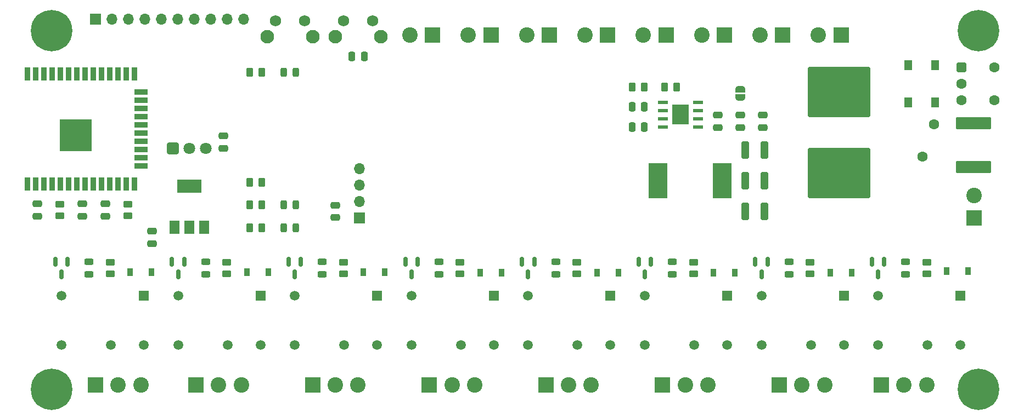
<source format=gbr>
%TF.GenerationSoftware,KiCad,Pcbnew,(6.0.0-0)*%
%TF.CreationDate,2022-04-07T23:04:40-05:00*%
%TF.ProjectId,ESP32RelaySwitcher,45535033-3252-4656-9c61-795377697463,rev?*%
%TF.SameCoordinates,Original*%
%TF.FileFunction,Soldermask,Top*%
%TF.FilePolarity,Negative*%
%FSLAX46Y46*%
G04 Gerber Fmt 4.6, Leading zero omitted, Abs format (unit mm)*
G04 Created by KiCad (PCBNEW (6.0.0-0)) date 2022-04-07 23:04:40*
%MOMM*%
%LPD*%
G01*
G04 APERTURE LIST*
G04 Aperture macros list*
%AMRoundRect*
0 Rectangle with rounded corners*
0 $1 Rounding radius*
0 $2 $3 $4 $5 $6 $7 $8 $9 X,Y pos of 4 corners*
0 Add a 4 corners polygon primitive as box body*
4,1,4,$2,$3,$4,$5,$6,$7,$8,$9,$2,$3,0*
0 Add four circle primitives for the rounded corners*
1,1,$1+$1,$2,$3*
1,1,$1+$1,$4,$5*
1,1,$1+$1,$6,$7*
1,1,$1+$1,$8,$9*
0 Add four rect primitives between the rounded corners*
20,1,$1+$1,$2,$3,$4,$5,0*
20,1,$1+$1,$4,$5,$6,$7,0*
20,1,$1+$1,$6,$7,$8,$9,0*
20,1,$1+$1,$8,$9,$2,$3,0*%
%AMFreePoly0*
4,1,22,0.500000,-0.750000,0.000000,-0.750000,0.000000,-0.745033,-0.079941,-0.743568,-0.215256,-0.701293,-0.333266,-0.622738,-0.424486,-0.514219,-0.481581,-0.384460,-0.499164,-0.250000,-0.500000,-0.250000,-0.500000,0.250000,-0.499164,0.250000,-0.499963,0.256109,-0.478152,0.396186,-0.417904,0.524511,-0.324060,0.630769,-0.204165,0.706417,-0.067858,0.745374,0.000000,0.744959,0.000000,0.750000,
0.500000,0.750000,0.500000,-0.750000,0.500000,-0.750000,$1*%
%AMFreePoly1*
4,1,20,0.000000,0.744959,0.073905,0.744508,0.209726,0.703889,0.328688,0.626782,0.421226,0.519385,0.479903,0.390333,0.500000,0.250000,0.500000,-0.250000,0.499851,-0.262216,0.476331,-0.402017,0.414519,-0.529596,0.319384,-0.634700,0.198574,-0.708877,0.061801,-0.746166,0.000000,-0.745033,0.000000,-0.750000,-0.500000,-0.750000,-0.500000,0.750000,0.000000,0.750000,0.000000,0.744959,
0.000000,0.744959,$1*%
G04 Aperture macros list end*
%ADD10RoundRect,0.243750X0.243750X0.456250X-0.243750X0.456250X-0.243750X-0.456250X0.243750X-0.456250X0*%
%ADD11RoundRect,0.243750X0.456250X-0.243750X0.456250X0.243750X-0.456250X0.243750X-0.456250X-0.243750X0*%
%ADD12RoundRect,0.250000X0.262500X0.450000X-0.262500X0.450000X-0.262500X-0.450000X0.262500X-0.450000X0*%
%ADD13RoundRect,0.250000X0.475000X-0.250000X0.475000X0.250000X-0.475000X0.250000X-0.475000X-0.250000X0*%
%ADD14RoundRect,0.250000X-0.450000X0.262500X-0.450000X-0.262500X0.450000X-0.262500X0.450000X0.262500X0*%
%ADD15R,2.400000X2.400000*%
%ADD16C,2.400000*%
%ADD17R,1.501140X1.501140*%
%ADD18C,1.501140*%
%ADD19R,1.200000X1.600000*%
%ADD20R,0.900000X1.200000*%
%ADD21RoundRect,0.150000X-0.150000X0.587500X-0.150000X-0.587500X0.150000X-0.587500X0.150000X0.587500X0*%
%ADD22R,2.600000X3.100000*%
%ADD23R,1.550000X0.600000*%
%ADD24RoundRect,0.250000X-0.325000X-1.100000X0.325000X-1.100000X0.325000X1.100000X-0.325000X1.100000X0*%
%ADD25RoundRect,0.250000X-0.475000X0.250000X-0.475000X-0.250000X0.475000X-0.250000X0.475000X0.250000X0*%
%ADD26RoundRect,0.250000X0.250000X0.475000X-0.250000X0.475000X-0.250000X-0.475000X0.250000X-0.475000X0*%
%ADD27RoundRect,0.250000X-0.262500X-0.450000X0.262500X-0.450000X0.262500X0.450000X-0.262500X0.450000X0*%
%ADD28C,0.800000*%
%ADD29C,6.400000*%
%ADD30C,1.600000*%
%ADD31RoundRect,0.400000X0.400000X0.400000X-0.400000X0.400000X-0.400000X-0.400000X0.400000X-0.400000X0*%
%ADD32R,2.900000X5.400000*%
%ADD33C,2.100000*%
%ADD34C,1.750000*%
%ADD35R,1.700000X1.700000*%
%ADD36O,1.700000X1.700000*%
%ADD37RoundRect,0.250000X0.450000X-0.262500X0.450000X0.262500X-0.450000X0.262500X-0.450000X-0.262500X0*%
%ADD38RoundRect,0.250000X-0.250000X-0.475000X0.250000X-0.475000X0.250000X0.475000X-0.250000X0.475000X0*%
%ADD39RoundRect,0.250200X-0.649800X-0.649800X0.649800X-0.649800X0.649800X0.649800X-0.649800X0.649800X0*%
%ADD40C,1.800000*%
%ADD41R,1.500000X2.000000*%
%ADD42R,3.800000X2.000000*%
%ADD43RoundRect,0.249998X-4.550002X3.650002X-4.550002X-3.650002X4.550002X-3.650002X4.550002X3.650002X0*%
%ADD44FreePoly0,270.000000*%
%ADD45FreePoly1,270.000000*%
%ADD46RoundRect,0.250000X-2.475000X0.712500X-2.475000X-0.712500X2.475000X-0.712500X2.475000X0.712500X0*%
%ADD47R,0.900000X2.000000*%
%ADD48R,2.000000X0.900000*%
%ADD49R,5.000000X5.000000*%
G04 APERTURE END LIST*
D10*
%TO.C,D19*%
X110187500Y-92000000D03*
X108312500Y-92000000D03*
%TD*%
D11*
%TO.C,D11*%
X150264044Y-102675611D03*
X150264044Y-100800611D03*
%TD*%
D12*
%TO.C,R16*%
X104899956Y-88500000D03*
X103074956Y-88500000D03*
%TD*%
D13*
%TO.C,C12*%
X116250000Y-93950000D03*
X116250000Y-92050000D03*
%TD*%
D14*
%TO.C,R2*%
X99514044Y-100825611D03*
X99514044Y-102650611D03*
%TD*%
%TO.C,R8*%
X171514044Y-100825611D03*
X171514044Y-102650611D03*
%TD*%
D15*
%TO.C,J9*%
X200500000Y-119776777D03*
D16*
X204000000Y-119776777D03*
X207500000Y-119776777D03*
%TD*%
D17*
%TO.C,K8*%
X212714044Y-105988111D03*
D18*
X200014044Y-105988111D03*
X200014044Y-113608111D03*
X207634044Y-113608111D03*
X212714044Y-113608111D03*
%TD*%
D19*
%TO.C,D1*%
X208767546Y-70401805D03*
X208767546Y-76121805D03*
X204667546Y-76121805D03*
X204667546Y-70401805D03*
%TD*%
D20*
%TO.C,D12*%
X177914044Y-102450197D03*
X174614044Y-102450197D03*
%TD*%
D15*
%TO.C,J13*%
X158289044Y-65717041D03*
D16*
X154789044Y-65717041D03*
%TD*%
D17*
%TO.C,K3*%
X122714044Y-105988111D03*
D18*
X110014044Y-105988111D03*
X110014044Y-113608111D03*
X117634044Y-113608111D03*
X122714044Y-113608111D03*
%TD*%
D21*
%TO.C,Q4*%
X128964044Y-100800611D03*
X127064044Y-100800611D03*
X128014044Y-102675611D03*
%TD*%
%TO.C,Q1*%
X74964044Y-100800611D03*
X73064044Y-100800611D03*
X74014044Y-102675611D03*
%TD*%
D22*
%TO.C,U1*%
X169487967Y-78017041D03*
D23*
X172187967Y-79922041D03*
X172187967Y-78652041D03*
X172187967Y-77382041D03*
X172187967Y-76112041D03*
X166787967Y-76112041D03*
X166787967Y-77382041D03*
X166787967Y-78652041D03*
X166787967Y-79922041D03*
%TD*%
D13*
%TO.C,C16*%
X99000000Y-83200000D03*
X99000000Y-81300000D03*
%TD*%
D24*
%TO.C,C9*%
X179498923Y-83517041D03*
X182448923Y-83517041D03*
%TD*%
D25*
%TO.C,C14*%
X77264044Y-91817041D03*
X77264044Y-93717041D03*
%TD*%
D26*
%TO.C,C5*%
X163937967Y-76800000D03*
X162037967Y-76800000D03*
%TD*%
D15*
%TO.C,J17*%
X194289044Y-65717041D03*
D16*
X190789044Y-65717041D03*
%TD*%
D27*
%TO.C,R5*%
X162075467Y-73800000D03*
X163900467Y-73800000D03*
%TD*%
D10*
%TO.C,D18*%
X110187500Y-95497117D03*
X108312500Y-95497117D03*
%TD*%
D20*
%TO.C,D2*%
X87914044Y-102408703D03*
X84614044Y-102408703D03*
%TD*%
D25*
%TO.C,C3*%
X178737967Y-78117041D03*
X178737967Y-80017041D03*
%TD*%
D28*
%TO.C,H1*%
X70114044Y-120488111D03*
X74211100Y-122185167D03*
X70816988Y-122185167D03*
X70816988Y-118791055D03*
D29*
X72514044Y-120488111D03*
D28*
X72514044Y-122888111D03*
X72514044Y-118088111D03*
X74914044Y-120488111D03*
X74211100Y-118791055D03*
%TD*%
D10*
%TO.C,D20*%
X110187500Y-71500000D03*
X108312500Y-71500000D03*
%TD*%
D20*
%TO.C,D14*%
X195914044Y-102433373D03*
X192614044Y-102433373D03*
%TD*%
D30*
%TO.C,SW1*%
X217977967Y-75807041D03*
X217977967Y-70727041D03*
D31*
X212897967Y-70727041D03*
D30*
X212897967Y-73267041D03*
X212897967Y-75807041D03*
%TD*%
D15*
%TO.C,J11*%
X140289044Y-65717041D03*
D16*
X136789044Y-65717041D03*
%TD*%
D14*
%TO.C,R3*%
X117514044Y-100825611D03*
X117514044Y-102650611D03*
%TD*%
D20*
%TO.C,D16*%
X213914044Y-102238111D03*
X210614044Y-102238111D03*
%TD*%
D21*
%TO.C,Q3*%
X110964044Y-100800611D03*
X109064044Y-100800611D03*
X110014044Y-102675611D03*
%TD*%
D11*
%TO.C,D3*%
X78264044Y-102675611D03*
X78264044Y-100800611D03*
%TD*%
D15*
%TO.C,J14*%
X167289044Y-65717041D03*
D16*
X163789044Y-65717041D03*
%TD*%
D15*
%TO.C,J3*%
X94750000Y-119787644D03*
D16*
X98250000Y-119787644D03*
X101750000Y-119787644D03*
%TD*%
D28*
%TO.C,H3*%
X217887610Y-65017041D03*
X215487610Y-62617041D03*
D29*
X215487610Y-65017041D03*
D28*
X213087610Y-65017041D03*
X213790554Y-63319985D03*
X213790554Y-66714097D03*
X217184666Y-63319985D03*
X217184666Y-66714097D03*
X215487610Y-67417041D03*
%TD*%
D13*
%TO.C,C11*%
X80764044Y-93717041D03*
X80764044Y-91817041D03*
%TD*%
D25*
%TO.C,C10*%
X88000000Y-96050000D03*
X88000000Y-97950000D03*
%TD*%
D11*
%TO.C,D15*%
X186264044Y-102675611D03*
X186264044Y-100800611D03*
%TD*%
D15*
%TO.C,J4*%
X112755581Y-119788111D03*
D16*
X116255581Y-119788111D03*
X119755581Y-119788111D03*
%TD*%
D32*
%TO.C,L1*%
X166023923Y-88250767D03*
X175923923Y-88250767D03*
%TD*%
D17*
%TO.C,K1*%
X86714044Y-105988111D03*
D18*
X74014044Y-105988111D03*
X74014044Y-113608111D03*
X81634044Y-113608111D03*
X86714044Y-113608111D03*
%TD*%
D33*
%TO.C,SW2*%
X123274044Y-65969541D03*
X116264044Y-65969541D03*
D34*
X117514044Y-63479541D03*
X122014044Y-63479541D03*
%TD*%
D15*
%TO.C,J12*%
X149289044Y-65717041D03*
D16*
X145789044Y-65717041D03*
%TD*%
D28*
%TO.C,H4*%
X72514044Y-62617041D03*
X70816988Y-66714097D03*
D29*
X72514044Y-65017041D03*
D28*
X70816988Y-63319985D03*
X74211100Y-66714097D03*
X72514044Y-67417041D03*
X74914044Y-65017041D03*
X70114044Y-65017041D03*
X74211100Y-63319985D03*
%TD*%
D11*
%TO.C,D13*%
X168264044Y-102675611D03*
X168264044Y-100800611D03*
%TD*%
D21*
%TO.C,Q6*%
X164964044Y-100800611D03*
X163064044Y-100800611D03*
X164014044Y-102675611D03*
%TD*%
D28*
%TO.C,H2*%
X215487610Y-122888111D03*
X217887610Y-120488111D03*
X217184666Y-118791055D03*
X215487610Y-118088111D03*
X213790554Y-122185167D03*
X213790554Y-118791055D03*
X217184666Y-122185167D03*
X213087610Y-120488111D03*
D29*
X215487610Y-120488111D03*
%TD*%
D25*
%TO.C,C15*%
X70264044Y-91805673D03*
X70264044Y-93705673D03*
%TD*%
D15*
%TO.C,J6*%
X148750360Y-119788111D03*
D16*
X152250360Y-119788111D03*
X155750360Y-119788111D03*
%TD*%
D11*
%TO.C,D7*%
X114264044Y-102675611D03*
X114264044Y-100800611D03*
%TD*%
D15*
%TO.C,J7*%
X166760800Y-119788111D03*
D16*
X170260800Y-119788111D03*
X173760800Y-119788111D03*
%TD*%
D35*
%TO.C,J18*%
X79264044Y-63267041D03*
D36*
X81804044Y-63267041D03*
X84344044Y-63267041D03*
X86884044Y-63267041D03*
X89424044Y-63267041D03*
X91964044Y-63267041D03*
X94504044Y-63267041D03*
X97044044Y-63267041D03*
X99584044Y-63267041D03*
X102124044Y-63267041D03*
%TD*%
D17*
%TO.C,K7*%
X194714044Y-105988111D03*
D18*
X182014044Y-105988111D03*
X182014044Y-113608111D03*
X189634044Y-113608111D03*
X194714044Y-113608111D03*
%TD*%
D33*
%TO.C,SW3*%
X105764044Y-65969541D03*
X112774044Y-65969541D03*
D34*
X107014044Y-63479541D03*
X111514044Y-63479541D03*
%TD*%
D17*
%TO.C,K6*%
X176714044Y-105988111D03*
D18*
X164014044Y-105988111D03*
X164014044Y-113608111D03*
X171634044Y-113608111D03*
X176714044Y-113608111D03*
%TD*%
D25*
%TO.C,C2*%
X175237967Y-78117041D03*
X175237967Y-80017041D03*
%TD*%
D27*
%TO.C,R12*%
X103074956Y-92000000D03*
X104899956Y-92000000D03*
%TD*%
D14*
%TO.C,R10*%
X207514044Y-100825611D03*
X207514044Y-102650611D03*
%TD*%
D20*
%TO.C,D6*%
X123914044Y-102408703D03*
X120614044Y-102408703D03*
%TD*%
D14*
%TO.C,R1*%
X81514044Y-100825611D03*
X81514044Y-102650611D03*
%TD*%
%TO.C,R9*%
X189514044Y-100825611D03*
X189514044Y-102650611D03*
%TD*%
D30*
%TO.C,RV1*%
X208618183Y-79517041D03*
X206818183Y-84517041D03*
%TD*%
D21*
%TO.C,Q8*%
X200964044Y-100800611D03*
X199064044Y-100800611D03*
X200014044Y-102675611D03*
%TD*%
D15*
%TO.C,J8*%
X184759891Y-119788111D03*
D16*
X188259891Y-119788111D03*
X191759891Y-119788111D03*
%TD*%
D21*
%TO.C,Q7*%
X182964044Y-100800611D03*
X181064044Y-100800611D03*
X182014044Y-102675611D03*
%TD*%
D14*
%TO.C,R7*%
X153514044Y-100825611D03*
X153514044Y-102650611D03*
%TD*%
D37*
%TO.C,R14*%
X73764044Y-93679541D03*
X73764044Y-91854541D03*
%TD*%
D15*
%TO.C,J15*%
X176289044Y-65717041D03*
D16*
X172789044Y-65717041D03*
%TD*%
D11*
%TO.C,D5*%
X96264044Y-102675611D03*
X96264044Y-100800611D03*
%TD*%
D38*
%TO.C,C6*%
X162037967Y-79900000D03*
X163937967Y-79900000D03*
%TD*%
D20*
%TO.C,D4*%
X105914044Y-102408703D03*
X102614044Y-102408703D03*
%TD*%
D14*
%TO.C,R4*%
X135514044Y-100825611D03*
X135514044Y-102650611D03*
%TD*%
D39*
%TO.C,U5*%
X91210000Y-83225000D03*
D40*
X93750000Y-83225000D03*
X96290000Y-83225000D03*
%TD*%
D27*
%TO.C,R11*%
X103074956Y-95500000D03*
X104899956Y-95500000D03*
%TD*%
D20*
%TO.C,D10*%
X159914044Y-102425357D03*
X156614044Y-102425357D03*
%TD*%
D15*
%TO.C,J1*%
X214787967Y-94017041D03*
D16*
X214787967Y-90517041D03*
%TD*%
D11*
%TO.C,D9*%
X132264044Y-102675611D03*
X132264044Y-100800611D03*
%TD*%
D15*
%TO.C,J5*%
X130759401Y-119788111D03*
D16*
X134259401Y-119788111D03*
X137759401Y-119788111D03*
%TD*%
D21*
%TO.C,Q5*%
X146964044Y-100800611D03*
X145064044Y-100800611D03*
X146014044Y-102675611D03*
%TD*%
D14*
%TO.C,R15*%
X84264044Y-91854541D03*
X84264044Y-93679541D03*
%TD*%
D17*
%TO.C,K4*%
X140714044Y-105988111D03*
D18*
X128014044Y-105988111D03*
X128014044Y-113608111D03*
X135634044Y-113608111D03*
X140714044Y-113608111D03*
%TD*%
D15*
%TO.C,J16*%
X185289044Y-65717041D03*
D16*
X181789044Y-65717041D03*
%TD*%
D21*
%TO.C,Q2*%
X92964044Y-100800611D03*
X91064044Y-100800611D03*
X92014044Y-102675611D03*
%TD*%
D41*
%TO.C,U2*%
X91449256Y-95413868D03*
X93749256Y-95413868D03*
D42*
X93749256Y-89113868D03*
D41*
X96049256Y-95413868D03*
%TD*%
D27*
%TO.C,R13*%
X103087500Y-71500000D03*
X104912500Y-71500000D03*
%TD*%
D11*
%TO.C,D17*%
X204264044Y-102675611D03*
X204264044Y-100800611D03*
%TD*%
D24*
%TO.C,C7*%
X179498923Y-93017041D03*
X182448923Y-93017041D03*
%TD*%
D25*
%TO.C,C4*%
X182237967Y-78117041D03*
X182237967Y-80017041D03*
%TD*%
D17*
%TO.C,K5*%
X158714044Y-105988111D03*
D18*
X146014044Y-105988111D03*
X146014044Y-113608111D03*
X153634044Y-113608111D03*
X158714044Y-113608111D03*
%TD*%
D15*
%TO.C,J2*%
X79264044Y-119788111D03*
D16*
X82764044Y-119788111D03*
X86264044Y-119788111D03*
%TD*%
D43*
%TO.C,C1*%
X193987967Y-74517041D03*
X193987967Y-87017041D03*
%TD*%
D15*
%TO.C,J10*%
X131289044Y-65717041D03*
D16*
X127789044Y-65717041D03*
%TD*%
D17*
%TO.C,K2*%
X104714044Y-105988111D03*
D18*
X92014044Y-105988111D03*
X92014044Y-113608111D03*
X99634044Y-113608111D03*
X104714044Y-113608111D03*
%TD*%
D44*
%TO.C,JP1*%
X178750000Y-74100000D03*
D45*
X178750000Y-75400000D03*
%TD*%
D27*
%TO.C,R6*%
X167061423Y-73797790D03*
X168886423Y-73797790D03*
%TD*%
D38*
%TO.C,C13*%
X118839044Y-69000000D03*
X120739044Y-69000000D03*
%TD*%
D35*
%TO.C,U3*%
X120000000Y-94017041D03*
D36*
X120000000Y-91477041D03*
X120000000Y-88937041D03*
X120000000Y-86397041D03*
%TD*%
D46*
%TO.C,F1*%
X214737967Y-79379541D03*
X214737967Y-86154541D03*
%TD*%
D47*
%TO.C,U4*%
X68745000Y-88750000D03*
X70015000Y-88750000D03*
X71285000Y-88750000D03*
X72555000Y-88750000D03*
X73825000Y-88750000D03*
X75095000Y-88750000D03*
X76365000Y-88750000D03*
X77635000Y-88750000D03*
X78905000Y-88750000D03*
X80175000Y-88750000D03*
X81445000Y-88750000D03*
X82715000Y-88750000D03*
X83985000Y-88750000D03*
X85255000Y-88750000D03*
D48*
X86255000Y-85965000D03*
X86255000Y-84695000D03*
X86255000Y-83425000D03*
X86255000Y-82155000D03*
X86255000Y-80885000D03*
X86255000Y-79615000D03*
X86255000Y-78345000D03*
X86255000Y-77075000D03*
X86255000Y-75805000D03*
X86255000Y-74535000D03*
D47*
X85255000Y-71750000D03*
X83985000Y-71750000D03*
X82715000Y-71750000D03*
X81445000Y-71750000D03*
X80175000Y-71750000D03*
X78905000Y-71750000D03*
X77635000Y-71750000D03*
X76365000Y-71750000D03*
X75095000Y-71750000D03*
X73825000Y-71750000D03*
X72555000Y-71750000D03*
X71285000Y-71750000D03*
X70015000Y-71750000D03*
X68745000Y-71750000D03*
D49*
X76245000Y-81250000D03*
%TD*%
D20*
%TO.C,D8*%
X141914044Y-102425357D03*
X138614044Y-102425357D03*
%TD*%
D24*
%TO.C,C8*%
X179498923Y-88267041D03*
X182448923Y-88267041D03*
%TD*%
M02*

</source>
